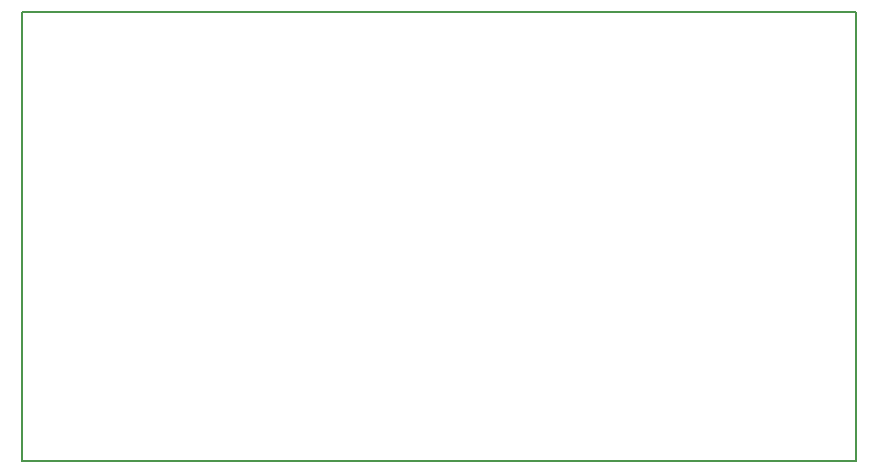
<source format=gm1>
G04 #@! TF.GenerationSoftware,KiCad,Pcbnew,5.1.2-f72e74a~84~ubuntu16.04.1*
G04 #@! TF.CreationDate,2019-06-16T18:40:28+01:00*
G04 #@! TF.ProjectId,TCXOsource,5443584f-736f-4757-9263-652e6b696361,rev?*
G04 #@! TF.SameCoordinates,Original*
G04 #@! TF.FileFunction,Profile,NP*
%FSLAX46Y46*%
G04 Gerber Fmt 4.6, Leading zero omitted, Abs format (unit mm)*
G04 Created by KiCad (PCBNEW 5.1.2-f72e74a~84~ubuntu16.04.1) date 2019-06-16 18:40:28*
%MOMM*%
%LPD*%
G04 APERTURE LIST*
%ADD10C,0.150000*%
G04 APERTURE END LIST*
D10*
X223520000Y-80100000D02*
X223520000Y-118110000D01*
X223520000Y-80100000D02*
X152908000Y-80100000D01*
X223520000Y-118110000D02*
X152908000Y-118110000D01*
X152908000Y-80100000D02*
X152908000Y-118110000D01*
M02*

</source>
